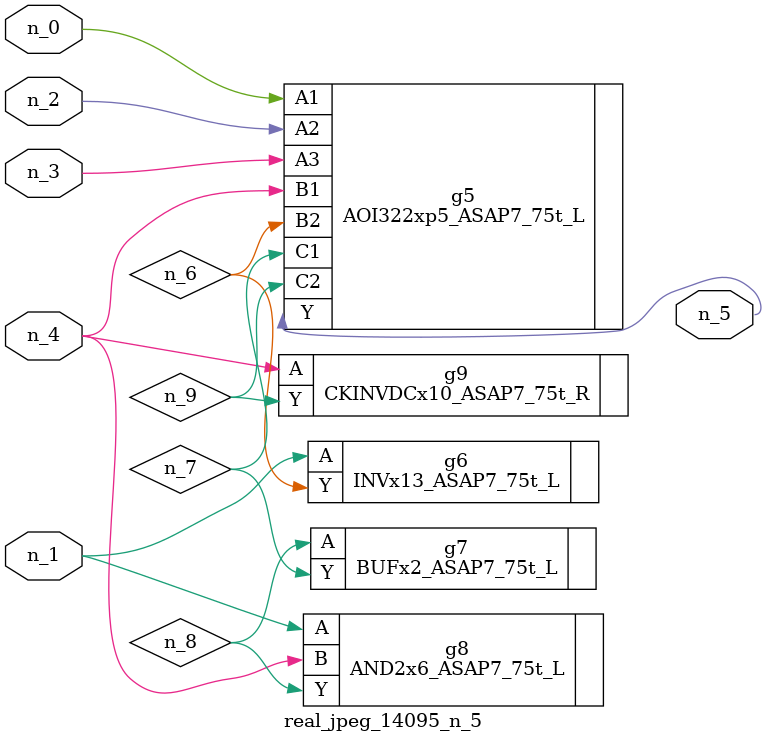
<source format=v>
module real_jpeg_14095_n_5 (n_4, n_0, n_1, n_2, n_3, n_5);

input n_4;
input n_0;
input n_1;
input n_2;
input n_3;

output n_5;

wire n_8;
wire n_6;
wire n_7;
wire n_9;

AOI322xp5_ASAP7_75t_L g5 ( 
.A1(n_0),
.A2(n_2),
.A3(n_3),
.B1(n_4),
.B2(n_6),
.C1(n_7),
.C2(n_9),
.Y(n_5)
);

INVx13_ASAP7_75t_L g6 ( 
.A(n_1),
.Y(n_6)
);

AND2x6_ASAP7_75t_L g8 ( 
.A(n_1),
.B(n_4),
.Y(n_8)
);

CKINVDCx10_ASAP7_75t_R g9 ( 
.A(n_4),
.Y(n_9)
);

BUFx2_ASAP7_75t_L g7 ( 
.A(n_8),
.Y(n_7)
);


endmodule
</source>
